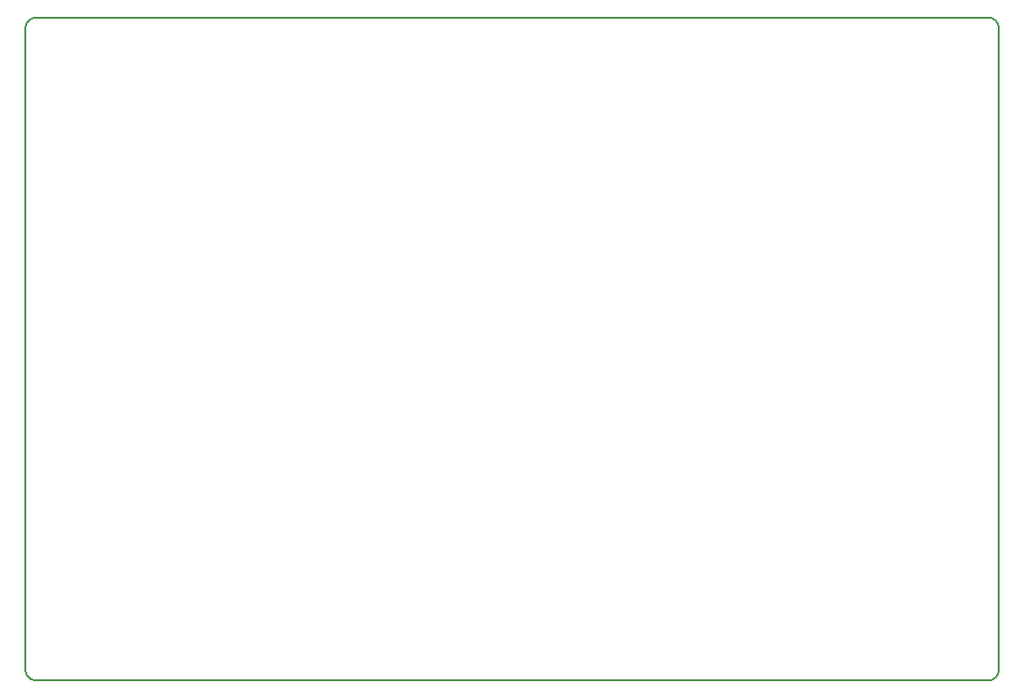
<source format=gm1>
G04 #@! TF.GenerationSoftware,KiCad,Pcbnew,(2017-08-04 revision 7bf9f8e1c)-master*
G04 #@! TF.CreationDate,2018-06-13T20:52:22+02:00*
G04 #@! TF.ProjectId,pcb-f2-a,7063622D66322D612E6B696361645F70,rev?*
G04 #@! TF.SameCoordinates,Original*
G04 #@! TF.FileFunction,Profile,NP*
%FSLAX46Y46*%
G04 Gerber Fmt 4.6, Leading zero omitted, Abs format (unit mm)*
G04 Created by KiCad (PCBNEW (2017-08-04 revision 7bf9f8e1c)-master) date Wed Jun 13 20:52:22 2018*
%MOMM*%
%LPD*%
G01*
G04 APERTURE LIST*
%ADD10C,0.150000*%
G04 APERTURE END LIST*
D10*
X51000000Y-71000000D02*
G75*
G02X52000000Y-70000000I1000000J0D01*
G01*
X138000000Y-70000000D02*
G75*
G02X139000000Y-71000000I0J-1000000D01*
G01*
X139000000Y-129000000D02*
G75*
G02X138000000Y-130000000I-1000000J0D01*
G01*
X52000000Y-130000000D02*
G75*
G02X51000000Y-129000000I0J1000000D01*
G01*
X51000000Y-129000000D02*
X51000000Y-71000000D01*
X138000000Y-130000000D02*
X52000000Y-130000000D01*
X139000000Y-71000000D02*
X139000000Y-129000000D01*
X52000000Y-70000000D02*
X138000000Y-70000000D01*
M02*

</source>
